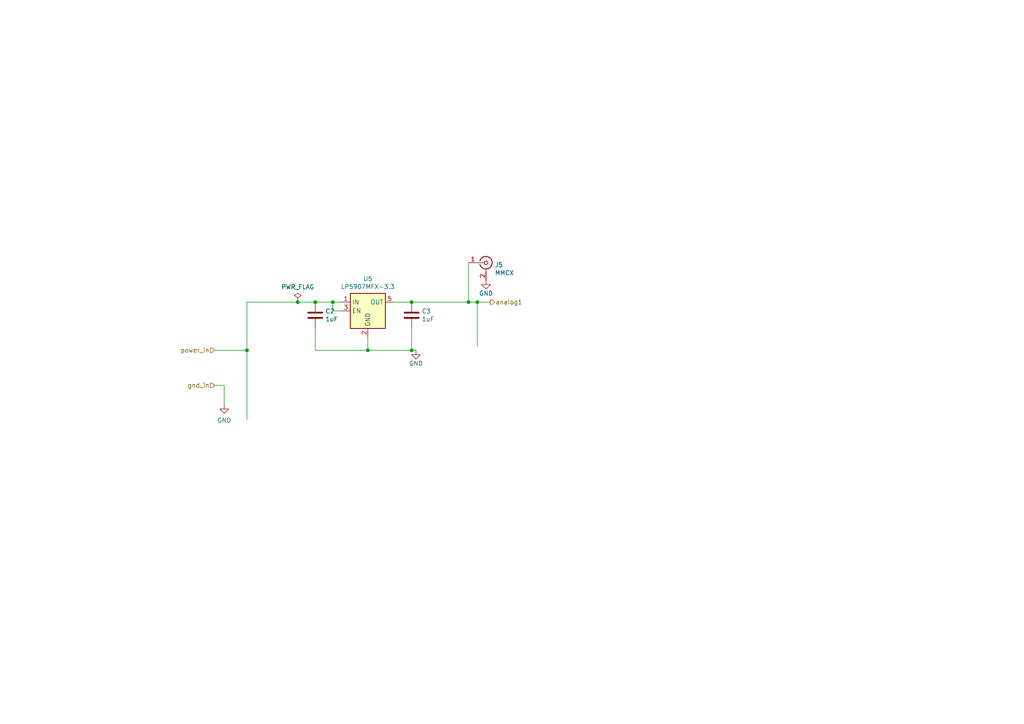
<source format=kicad_sch>
(kicad_sch (version 20230121) (generator eeschema)
  (paper "A4")
  (lib_symbols
    (symbol "0JLC:1uF" (pin_numbers hide) (pin_names (offset 0.254))
      (property "Reference" "C" (at 0.635 2.54 0))
      (property "Value" "0JLC_1uF" (at 0.635 -2.54 0))
      (symbol "1uF_0_1"
        (polyline (pts (xy -2.032 -0.762) (xy 2.032 -0.762)) (stroke (width 0.508)))
        (polyline (pts (xy -2.032 0.762) (xy 2.032 0.762)) (stroke (width 0.508)))
      )
      (symbol "1uF_1_1"
        (pin passive line (at 0 3.81 270) (length 2.794) (name "~") (number "1"))
        (pin passive line (at 0 -3.81 90) (length 2.794) (name "~") (number "2"))
      )
    )
    (symbol "0JLC:LP5907MFX-3.3"
      (property "Reference" "U" (at -3.81 6.35 0))
      (property "Value" "0JLC_LP5907MFX-3.3" (at 6.35 6.35 0))
      (symbol "LP5907MFX-3.3_0_1"
        (rectangle (start -5.08 -5.08) (end 5.08 5.08) (stroke (width 0.254)) (fill (type background)))
        (pin power_in line (at -7.62 2.54 0) (length 2.54) (name "IN") (number "1"))
        (pin power_in line (at 0 -7.62 90) (length 2.54) (name "GND") (number "2"))
        (pin input line (at -7.62 0 0) (length 2.54) (name "EN") (number "3"))
        (pin no_connect line (at 5.08 0 180) (length 2.54) hide (name "NC") (number "4"))
        (pin power_out line (at 7.62 2.54 180) (length 2.54) (name "OUT") (number "5"))
      )
    )
    (symbol "0my_intf:MMCX" (pin_names (offset 1.016) hide)
      (property "Reference" "J" (at 0.254 3.048 0))
      (property "Value" "0my_intf_MMCX" (at 2.921 0 90))
      (symbol "MMCX_0_1"
        (arc (start -1.778 -0.508) (mid 0.2311 -1.8066) (end 1.778 0) (stroke (width 0.254)))
        (polyline (pts (xy -2.54 0) (xy -0.508 0)))
        (polyline (pts (xy 0 -2.54) (xy 0 -1.778)))
        (circle (center 0 0) (radius 0.508) (stroke (width 0.2032)))
        (arc (start 1.778 0) (mid 0.2099 1.8101) (end -1.778 0.508) (stroke (width 0.254)))
      )
      (symbol "MMCX_1_1"
        (pin passive line (at -5.08 0 0) (length 2.54) (name "In") (number "1"))
        (pin passive line (at 0 -5.08 90) (length 2.54) (name "Ext") (number "2"))
      )
    )
    (symbol "power:GND" (power) (pin_names (offset 0))
      (property "Value" "GND" (at 0 -3.81 0))
      (symbol "GND_0_1"
        (polyline (pts (xy 0 0) (xy 0 -1.27) (xy 1.27 -1.27) (xy 0 -2.54) (xy -1.27 -1.27) (xy 0 -1.27)))
      )
      (symbol "GND_1_1"
        (pin power_in line (at 0 0 270) (length 0) hide (name "GND") (number "1"))
      )
    )
    (symbol "power:PWR_FLAG" (power) (pin_numbers hide) (pin_names (offset 0) hide)
      (property "Value" "PWR_FLAG" (at 0 3.81 0))
      (symbol "PWR_FLAG_0_0"
        (pin power_out line (at 0 0 90) (length 0) (name "pwr") (number "1"))
      )
      (symbol "PWR_FLAG_0_1"
        (polyline (pts (xy 0 0) (xy 0 1.27) (xy -1.016 1.905) (xy 0 2.54) (xy 1.016 1.905) (xy 0 1.27)))
      )
    )
  )
  (junction (at 106.68 101.6))
  (junction (at 135.89 87.63))
  (junction (at 96.52 87.63))
  (junction (at 138.43 87.63))
  (junction (at 86.36 87.63))
  (junction (at 119.38 87.63))
  (junction (at 119.38 101.6))
  (junction (at 71.628 101.6))
  (junction (at 91.44 87.63))
  (wire (pts (xy 86.36 87.63) (xy 91.44 87.63)))
  (wire (pts (xy 62.23 101.6) (xy 71.628 101.6)))
  (wire (pts (xy 91.44 87.63) (xy 96.52 87.63)))
  (wire (pts (xy 106.68 101.6) (xy 91.44 101.6)))
  (wire (pts (xy 62.23 111.76) (xy 65.024 111.76)))
  (wire (pts (xy 71.628 87.63) (xy 86.36 87.63)))
  (wire (pts (xy 96.52 87.63) (xy 96.52 90.17)))
  (wire (pts (xy 96.52 90.17) (xy 99.06 90.17)))
  (wire (pts (xy 119.38 95.25) (xy 119.38 101.6)))
  (wire (pts (xy 96.52 87.63) (xy 99.06 87.63)))
  (wire (pts (xy 135.89 76.2) (xy 135.89 87.63)))
  (wire (pts (xy 138.43 87.63) (xy 142.24 87.63)))
  (wire (pts (xy 71.628 101.6) (xy 71.628 121.666)))
  (wire (pts (xy 135.89 87.63) (xy 138.43 87.63)))
  (wire (pts (xy 91.44 101.6) (xy 91.44 95.25)))
  (wire (pts (xy 119.38 87.63) (xy 135.89 87.63)))
  (wire (pts (xy 138.43 100.33) (xy 138.43 87.63)))
  (wire (pts (xy 119.38 101.6) (xy 120.65 101.6)))
  (wire (pts (xy 106.68 101.6) (xy 119.38 101.6)))
  (wire (pts (xy 119.38 87.63) (xy 114.3 87.63)))
  (wire (pts (xy 106.68 97.79) (xy 106.68 101.6)))
  (wire (pts (xy 65.024 111.76) (xy 65.024 117.348)))
  (wire (pts (xy 71.628 87.63) (xy 71.628 101.6)))
  (hierarchical_label "power_in" (shape input) (at 62.23 101.6 180))
  (hierarchical_label "analog1" (shape output) (at 142.24 87.63 0))
  (hierarchical_label "gnd_in" (shape input) (at 62.23 111.76 180))
  (symbol (lib_id "0JLC:LP5907MFX-3.3") (at 106.68 90.17 0) (unit 1)
    (property "Reference" "U5" (at 106.68 80.8482 0))
    (property "Value" "LP5907MFX-3.3" (at 106.68 83.1596 0))
    (property "Footprint" "Package_TO_SOT_SMD:SOT-23-5" (effects hide))
    (property "Datasheet" "http://www.ti.com/lit/ds/symlink/lp5907.pdf" (effects hide))
    (property "LCSC" "C80670" (effects hide))
    (property "MPN" "LP5907MFX-3.3/NOPB" (effects hide))
  )
  (symbol (lib_id "0JLC:1uF") (at 91.44 91.44 0) (unit 1)
    (property "Reference" "C2" (at 94.361 90.2716 0) (effects (justify left)))
    (property "Value" "1uF" (at 94.361 92.583 0) (effects (justify left)))
    (property "Footprint" "Capacitor_SMD:C_0603_1608Metric_Pad1.05x0.95mm_HandSolder" (effects hide))
    (property "LCSC" "C15849" (effects hide))
    (property "MPN" "CL10A105KB8NNNC" (effects hide))
  )
  (symbol (lib_id "0JLC:1uF") (at 119.38 91.44 0) (unit 1)
    (property "Reference" "C3" (at 122.301 90.2716 0) (effects (justify left)))
    (property "Value" "1uF" (at 122.301 92.583 0) (effects (justify left)))
    (property "Footprint" "Capacitor_SMD:C_0603_1608Metric_Pad1.05x0.95mm_HandSolder" (effects hide))
    (property "LCSC" "C15849" (effects hide))
    (property "MPN" "CL10A105KB8NNNC" (effects hide))
  )
  (symbol (lib_id "power:GND") (at 120.65 101.6 0) (unit 1)
    (property "Reference" "#PWR016" (effects hide))
    (property "Value" "GND" (at 120.65 105.41 0))
  )
  (symbol (lib_id "0my_intf:MMCX") (at 140.97 76.2 0) (unit 1)
    (property "Reference" "J5" (at 143.51 76.835 0) (effects (justify left)))
    (property "Value" "MMCX" (at 143.51 79.1464 0) (effects (justify left)))
    (property "Footprint" "0my_footprints:MMCX_JLC" (effects hide))
    (property "Datasheet" " ~" (effects hide))
    (property "LCSC" "C530664" (effects hide))
    (property "MPN" "KH-MMCX-Z" (effects hide))
  )
  (symbol (lib_id "power:GND") (at 140.97 81.28 0) (unit 1)
    (property "Reference" "#PWR017" (effects hide))
    (property "Value" "GND" (at 140.97 85.09 0))
  )
  (symbol (lib_id "power:PWR_FLAG") (at 86.36 87.63 0) (unit 1)
    (property "Reference" "#FLG01" (effects hide))
    (property "Value" "PWR_FLAG" (at 86.36 83.2358 0))
  )
  (symbol (lib_id "power:GND") (at 65.024 117.348 0) (unit 1)
    (property "Reference" "#PWR015" (effects hide))
    (property "Value" "GND" (at 65.024 121.92 0))
  )
)
</source>
